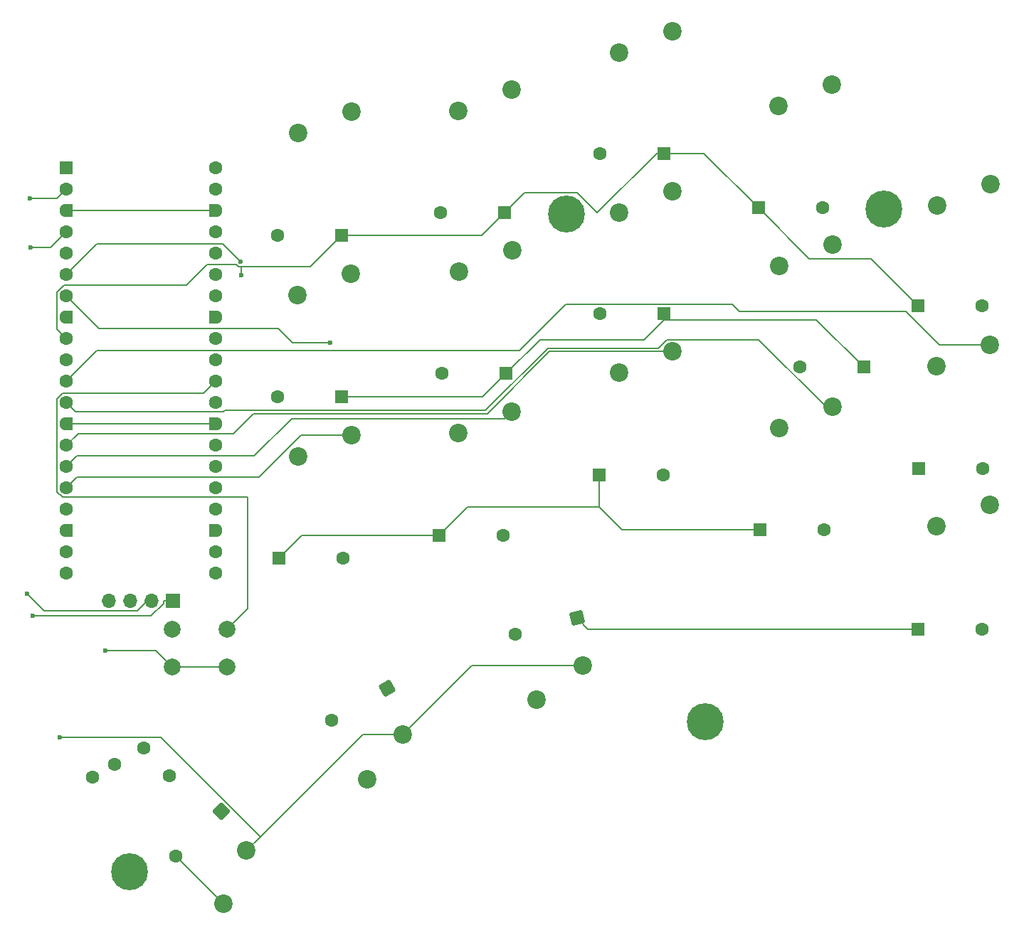
<source format=gbr>
%TF.GenerationSoftware,KiCad,Pcbnew,9.0.2-9.0.2-0~ubuntu24.04.1*%
%TF.CreationDate,2025-07-03T20:15:33-04:00*%
%TF.ProjectId,custom_Hackboard,63757374-6f6d-45f4-9861-636b626f6172,rev?*%
%TF.SameCoordinates,Original*%
%TF.FileFunction,Copper,L2,Bot*%
%TF.FilePolarity,Positive*%
%FSLAX46Y46*%
G04 Gerber Fmt 4.6, Leading zero omitted, Abs format (unit mm)*
G04 Created by KiCad (PCBNEW 9.0.2-9.0.2-0~ubuntu24.04.1) date 2025-07-03 20:15:33*
%MOMM*%
%LPD*%
G01*
G04 APERTURE LIST*
G04 Aperture macros list*
%AMRoundRect*
0 Rectangle with rounded corners*
0 $1 Rounding radius*
0 $2 $3 $4 $5 $6 $7 $8 $9 X,Y pos of 4 corners*
0 Add a 4 corners polygon primitive as box body*
4,1,4,$2,$3,$4,$5,$6,$7,$8,$9,$2,$3,0*
0 Add four circle primitives for the rounded corners*
1,1,$1+$1,$2,$3*
1,1,$1+$1,$4,$5*
1,1,$1+$1,$6,$7*
1,1,$1+$1,$8,$9*
0 Add four rect primitives between the rounded corners*
20,1,$1+$1,$2,$3,$4,$5,0*
20,1,$1+$1,$4,$5,$6,$7,0*
20,1,$1+$1,$6,$7,$8,$9,0*
20,1,$1+$1,$8,$9,$2,$3,0*%
%AMFreePoly0*
4,1,37,0.603843,0.796157,0.639018,0.796157,0.711114,0.766294,0.766294,0.711114,0.796157,0.639018,0.796157,0.603843,0.800000,0.600000,0.800000,-0.600000,0.796157,-0.603843,0.796157,-0.639018,0.766294,-0.711114,0.711114,-0.766294,0.639018,-0.796157,0.603843,-0.796157,0.600000,-0.800000,0.000000,-0.800000,0.000000,-0.796148,-0.078414,-0.796148,-0.232228,-0.765552,-0.377117,-0.705537,
-0.507515,-0.618408,-0.618408,-0.507515,-0.705537,-0.377117,-0.765552,-0.232228,-0.796148,-0.078414,-0.796148,0.078414,-0.765552,0.232228,-0.705537,0.377117,-0.618408,0.507515,-0.507515,0.618408,-0.377117,0.705537,-0.232228,0.765552,-0.078414,0.796148,0.000000,0.796148,0.000000,0.800000,0.600000,0.800000,0.603843,0.796157,0.603843,0.796157,$1*%
%AMFreePoly1*
4,1,37,0.000000,0.796148,0.078414,0.796148,0.232228,0.765552,0.377117,0.705537,0.507515,0.618408,0.618408,0.507515,0.705537,0.377117,0.765552,0.232228,0.796148,0.078414,0.796148,-0.078414,0.765552,-0.232228,0.705537,-0.377117,0.618408,-0.507515,0.507515,-0.618408,0.377117,-0.705537,0.232228,-0.765552,0.078414,-0.796148,0.000000,-0.796148,0.000000,-0.800000,-0.600000,-0.800000,
-0.603843,-0.796157,-0.639018,-0.796157,-0.711114,-0.766294,-0.766294,-0.711114,-0.796157,-0.639018,-0.796157,-0.603843,-0.800000,-0.600000,-0.800000,0.600000,-0.796157,0.603843,-0.796157,0.639018,-0.766294,0.711114,-0.711114,0.766294,-0.639018,0.796157,-0.603843,0.796157,-0.600000,0.800000,0.000000,0.800000,0.000000,0.796148,0.000000,0.796148,$1*%
G04 Aperture macros list end*
%TA.AperFunction,ComponentPad*%
%ADD10C,2.200000*%
%TD*%
%TA.AperFunction,ComponentPad*%
%ADD11C,1.600000*%
%TD*%
%TA.AperFunction,ComponentPad*%
%ADD12C,2.000000*%
%TD*%
%TA.AperFunction,ComponentPad*%
%ADD13RoundRect,0.200000X-0.600000X-0.600000X0.600000X-0.600000X0.600000X0.600000X-0.600000X0.600000X0*%
%TD*%
%TA.AperFunction,ComponentPad*%
%ADD14FreePoly0,0.000000*%
%TD*%
%TA.AperFunction,ComponentPad*%
%ADD15FreePoly1,0.000000*%
%TD*%
%TA.AperFunction,ComponentPad*%
%ADD16R,1.700000X1.700000*%
%TD*%
%TA.AperFunction,ComponentPad*%
%ADD17O,1.700000X1.700000*%
%TD*%
%TA.AperFunction,ComponentPad*%
%ADD18RoundRect,0.250000X0.550000X0.550000X-0.550000X0.550000X-0.550000X-0.550000X0.550000X-0.550000X0*%
%TD*%
%TA.AperFunction,ComponentPad*%
%ADD19RoundRect,0.250000X-0.550000X-0.550000X0.550000X-0.550000X0.550000X0.550000X-0.550000X0.550000X0*%
%TD*%
%TA.AperFunction,ComponentPad*%
%ADD20RoundRect,0.250000X0.000000X0.777817X-0.777817X0.000000X0.000000X-0.777817X0.777817X0.000000X0*%
%TD*%
%TA.AperFunction,ComponentPad*%
%ADD21RoundRect,0.250000X0.201314X0.751314X-0.751314X0.201314X-0.201314X-0.751314X0.751314X-0.201314X0*%
%TD*%
%TA.AperFunction,ComponentPad*%
%ADD22RoundRect,0.250000X0.388909X0.673610X-0.673610X0.388909X-0.388909X-0.673610X0.673610X-0.388909X0*%
%TD*%
%TA.AperFunction,ComponentPad*%
%ADD23C,4.400000*%
%TD*%
%TA.AperFunction,ViaPad*%
%ADD24C,0.600000*%
%TD*%
%TA.AperFunction,Conductor*%
%ADD25C,0.200000*%
%TD*%
G04 APERTURE END LIST*
D10*
%TO.P,SW13,1,1*%
%TO.N,LCol 0*%
X479120000Y-293220000D03*
%TO.P,SW13,2,2*%
%TO.N,Net-(D13-A)*%
X472770000Y-295760000D03*
%TD*%
%TO.P,SW7,1,1*%
%TO.N,LCol 0*%
X479040000Y-274020000D03*
%TO.P,SW7,2,2*%
%TO.N,Net-(D12-A)*%
X472690000Y-276560000D03*
%TD*%
%TO.P,SW4,1,1*%
%TO.N,LCol 3*%
X536300000Y-251500000D03*
%TO.P,SW4,2,2*%
%TO.N,Net-(D4-A)*%
X529950000Y-254040000D03*
%TD*%
%TO.P,SW17,1,1*%
%TO.N,LCol 4*%
X555110000Y-301550000D03*
%TO.P,SW17,2,2*%
%TO.N,Net-(D17-A)*%
X548760000Y-304090000D03*
%TD*%
%TO.P,SW9,1,1*%
%TO.N,LCol 2*%
X517300000Y-264200000D03*
%TO.P,SW9,2,2*%
%TO.N,Net-(D10-A)*%
X510950000Y-266740000D03*
%TD*%
D11*
%TO.P,U3,4,Ring2*%
%TO.N,L Jack*%
X448353531Y-333939700D03*
%TO.P,U3,3,Ring1*%
%TO.N,+5V*%
X450951607Y-332439700D03*
%TO.P,U3,2,Tip*%
%TO.N,GND*%
X454415709Y-330439700D03*
%TO.P,U3,1,Sleeve*%
%TO.N,unconnected-(U3-Sleeve-Pad1)*%
X457481734Y-333750212D03*
%TD*%
D10*
%TO.P,SW3,1,1*%
%TO.N,LCol 2*%
X517280000Y-245110000D03*
%TO.P,SW3,2,2*%
%TO.N,Net-(D3-A)*%
X510930000Y-247650000D03*
%TD*%
%TO.P,SW15,1,1*%
%TO.N,LCol 2*%
X517310000Y-283250000D03*
%TO.P,SW15,2,2*%
%TO.N,Net-(D15-A)*%
X510960000Y-285790000D03*
%TD*%
%TO.P,SW14,1,1*%
%TO.N,LCol 1*%
X498170000Y-290420000D03*
%TO.P,SW14,2,2*%
%TO.N,Net-(D14-A)*%
X491820000Y-292960000D03*
%TD*%
%TO.P,SW6,1,1*%
%TO.N,LCol 5*%
X466574000Y-342701900D03*
%TO.P,SW6,2,2*%
%TO.N,Net-(D6-A)*%
X463879923Y-348988079D03*
%TD*%
D12*
%TO.P,Reset,1,1*%
%TO.N,Reset*%
X457820000Y-316320000D03*
X464320000Y-316320000D03*
%TO.P,Reset,2,2*%
%TO.N,GND*%
X457820000Y-320820000D03*
X464320000Y-320820000D03*
%TD*%
D10*
%TO.P,SW2,1,1*%
%TO.N,LCol 1*%
X498180000Y-252110000D03*
%TO.P,SW2,2,2*%
%TO.N,Net-(D2-A)*%
X491830000Y-254650000D03*
%TD*%
%TO.P,SW11,1,1*%
%TO.N,LCol 4*%
X555110000Y-282440000D03*
%TO.P,SW11,2,2*%
%TO.N,Net-(D8-A)*%
X548760000Y-284980000D03*
%TD*%
D13*
%TO.P,A1,1,GPIO0*%
%TO.N,L Jack*%
X445200000Y-261410000D03*
D11*
%TO.P,A1,2,GPIO1*%
%TO.N,L SDA*%
X445200000Y-263950000D03*
D14*
%TO.P,A1,3,GND*%
%TO.N,GND*%
X445200000Y-266490000D03*
D11*
%TO.P,A1,4,GPIO2*%
%TO.N,L SCL*%
X445200000Y-269030000D03*
%TO.P,A1,5,GPIO3*%
%TO.N,unconnected-(A1-GPIO3-Pad5)*%
X445200000Y-271570000D03*
%TO.P,A1,6,GPIO4*%
%TO.N,LRow 2*%
X445200000Y-274110000D03*
%TO.P,A1,7,GPIO5*%
%TO.N,LRow 1*%
X445200000Y-276650000D03*
D14*
%TO.P,A1,8,GND*%
%TO.N,GND*%
X445200000Y-279190000D03*
D11*
%TO.P,A1,9,GPIO6*%
%TO.N,LRow 0*%
X445200000Y-281730000D03*
%TO.P,A1,10,GPIO7*%
%TO.N,LCol 5*%
X445200000Y-284270000D03*
%TO.P,A1,11,GPIO8*%
%TO.N,LCol 4*%
X445200000Y-286810000D03*
%TO.P,A1,12,GPIO9*%
%TO.N,LCol 3*%
X445200000Y-289350000D03*
D14*
%TO.P,A1,13,GND*%
%TO.N,GND*%
X445200000Y-291890000D03*
D11*
%TO.P,A1,14,GPIO10*%
%TO.N,LCol 2*%
X445200000Y-294430000D03*
%TO.P,A1,15,GPIO11*%
%TO.N,LCol 1*%
X445200000Y-296970000D03*
%TO.P,A1,16,GPIO12*%
%TO.N,LCol 0*%
X445200000Y-299510000D03*
%TO.P,A1,17,GPIO13*%
%TO.N,unconnected-(A1-GPIO13-Pad17)*%
X445200000Y-302050000D03*
D14*
%TO.P,A1,18,GND*%
%TO.N,GND*%
X445200000Y-304590000D03*
D11*
%TO.P,A1,19,GPIO14*%
%TO.N,unconnected-(A1-GPIO14-Pad19)*%
X445200000Y-307130000D03*
%TO.P,A1,20,GPIO15*%
%TO.N,unconnected-(A1-GPIO15-Pad20)*%
X445200000Y-309670000D03*
%TO.P,A1,21,GPIO16*%
%TO.N,unconnected-(A1-GPIO16-Pad21)*%
X462980000Y-309670000D03*
%TO.P,A1,22,GPIO17*%
%TO.N,unconnected-(A1-GPIO17-Pad22)*%
X462980000Y-307130000D03*
D15*
%TO.P,A1,23,GND*%
%TO.N,GND*%
X462980000Y-304590000D03*
D11*
%TO.P,A1,24,GPIO18*%
%TO.N,unconnected-(A1-GPIO18-Pad24)*%
X462980000Y-302050000D03*
%TO.P,A1,25,GPIO19*%
%TO.N,unconnected-(A1-GPIO19-Pad25)*%
X462980000Y-299510000D03*
%TO.P,A1,26,GPIO20*%
%TO.N,unconnected-(A1-GPIO20-Pad26)*%
X462980000Y-296970000D03*
%TO.P,A1,27,GPIO21*%
%TO.N,unconnected-(A1-GPIO21-Pad27)*%
X462980000Y-294430000D03*
D15*
%TO.P,A1,28,GND*%
%TO.N,GND*%
X462980000Y-291890000D03*
D11*
%TO.P,A1,29,GPIO22*%
%TO.N,unconnected-(A1-GPIO22-Pad29)*%
X462980000Y-289350000D03*
%TO.P,A1,30,RUN*%
%TO.N,Reset*%
X462980000Y-286810000D03*
%TO.P,A1,31,GPIO26_ADC0*%
%TO.N,unconnected-(A1-GPIO26_ADC0-Pad31)*%
X462980000Y-284270000D03*
%TO.P,A1,32,GPIO27_ADC1*%
%TO.N,unconnected-(A1-GPIO27_ADC1-Pad32)*%
X462980000Y-281730000D03*
D15*
%TO.P,A1,33,AGND*%
%TO.N,unconnected-(A1-AGND-Pad33)*%
X462980000Y-279190000D03*
D11*
%TO.P,A1,34,GPIO28_ADC2*%
%TO.N,unconnected-(A1-GPIO28_ADC2-Pad34)*%
X462980000Y-276650000D03*
%TO.P,A1,35,ADC_VREF*%
%TO.N,unconnected-(A1-ADC_VREF-Pad35)*%
X462980000Y-274110000D03*
%TO.P,A1,36,3V3*%
%TO.N,unconnected-(A1-3V3-Pad36)*%
X462980000Y-271570000D03*
%TO.P,A1,37,3V3_EN*%
%TO.N,unconnected-(A1-3V3_EN-Pad37)*%
X462980000Y-269030000D03*
D15*
%TO.P,A1,38,GND*%
%TO.N,GND*%
X462980000Y-266490000D03*
D11*
%TO.P,A1,39,VSYS*%
%TO.N,+5V*%
X462980000Y-263950000D03*
%TO.P,A1,40,VBUS*%
X462980000Y-261410000D03*
%TD*%
D10*
%TO.P,SW1,1,1*%
%TO.N,LCol 0*%
X479090000Y-254720000D03*
%TO.P,SW1,2,2*%
%TO.N,Net-(D1-A)*%
X472740000Y-257260000D03*
%TD*%
%TO.P,SW5,1,1*%
%TO.N,LCol 4*%
X555120000Y-263300000D03*
%TO.P,SW5,2,2*%
%TO.N,Net-(D5-A)*%
X548770000Y-265840000D03*
%TD*%
D16*
%TO.P,J1,1,Pin_1*%
%TO.N,L SDA*%
X457920000Y-312960000D03*
D17*
%TO.P,J1,2,Pin_2*%
%TO.N,L SCL*%
X455380000Y-312960000D03*
%TO.P,J1,3,Pin_3*%
%TO.N,+5V*%
X452840000Y-312960000D03*
%TO.P,J1,4,Pin_4*%
%TO.N,GND*%
X450300000Y-312960000D03*
%TD*%
D10*
%TO.P,SW18,1,1*%
%TO.N,LCol 5*%
X506648700Y-320635700D03*
%TO.P,SW18,2,2*%
%TO.N,Net-(D18-A)*%
X501172471Y-324732653D03*
%TD*%
%TO.P,SW10,1,1*%
%TO.N,LCol 3*%
X536340000Y-270560000D03*
%TO.P,SW10,2,2*%
%TO.N,Net-(D9-A)*%
X529990000Y-273100000D03*
%TD*%
%TO.P,SW8,1,1*%
%TO.N,LCol 1*%
X498250000Y-271210000D03*
%TO.P,SW8,2,2*%
%TO.N,Net-(D11-A)*%
X491900000Y-273750000D03*
%TD*%
%TO.P,SW16,1,1*%
%TO.N,LCol 3*%
X536330000Y-289810000D03*
%TO.P,SW16,2,2*%
%TO.N,Net-(D16-A)*%
X529980000Y-292350000D03*
%TD*%
%TO.P,SW12,1,1*%
%TO.N,LCol 5*%
X485239700Y-328830600D03*
%TO.P,SW12,2,2*%
%TO.N,Net-(D7-A)*%
X481010439Y-334205305D03*
%TD*%
D18*
%TO.P,D11,1,K*%
%TO.N,LRow 1*%
X497510000Y-285890000D03*
D11*
%TO.P,D11,2,A*%
%TO.N,Net-(D11-A)*%
X489890000Y-285890000D03*
%TD*%
D18*
%TO.P,D10,1,K*%
%TO.N,LRow 1*%
X516290000Y-278730000D03*
D11*
%TO.P,D10,2,A*%
%TO.N,Net-(D10-A)*%
X508670000Y-278730000D03*
%TD*%
D19*
%TO.P,D16,1,K*%
%TO.N,LRow 2*%
X527750000Y-304440000D03*
D11*
%TO.P,D16,2,A*%
%TO.N,Net-(D16-A)*%
X535370000Y-304440000D03*
%TD*%
D19*
%TO.P,D4,1,K*%
%TO.N,LRow 0*%
X527540000Y-266150000D03*
D11*
%TO.P,D4,2,A*%
%TO.N,Net-(D4-A)*%
X535160000Y-266150000D03*
%TD*%
D19*
%TO.P,D8,1,K*%
%TO.N,LRow 1*%
X546590000Y-297210000D03*
D11*
%TO.P,D8,2,A*%
%TO.N,Net-(D8-A)*%
X554210000Y-297210000D03*
%TD*%
D19*
%TO.P,D15,1,K*%
%TO.N,LRow 2*%
X508620000Y-297990000D03*
D11*
%TO.P,D15,2,A*%
%TO.N,Net-(D15-A)*%
X516240000Y-297990000D03*
%TD*%
D19*
%TO.P,D14,1,K*%
%TO.N,LRow 2*%
X489520000Y-305150000D03*
D11*
%TO.P,D14,2,A*%
%TO.N,Net-(D14-A)*%
X497140000Y-305150000D03*
%TD*%
D20*
%TO.P,D6,1,K*%
%TO.N,LRow 0*%
X463630000Y-337990000D03*
D11*
%TO.P,D6,2,A*%
%TO.N,Net-(D6-A)*%
X458241846Y-343378154D03*
%TD*%
D18*
%TO.P,D9,1,K*%
%TO.N,LRow 1*%
X540060000Y-285120000D03*
D11*
%TO.P,D9,2,A*%
%TO.N,Net-(D9-A)*%
X532440000Y-285120000D03*
%TD*%
D19*
%TO.P,D5,1,K*%
%TO.N,LRow 0*%
X546500000Y-277790000D03*
D11*
%TO.P,D5,2,A*%
%TO.N,Net-(D5-A)*%
X554120000Y-277790000D03*
%TD*%
D21*
%TO.P,D7,1,K*%
%TO.N,LRow 1*%
X483349100Y-323330000D03*
D11*
%TO.P,D7,2,A*%
%TO.N,Net-(D7-A)*%
X476749986Y-327140000D03*
%TD*%
D18*
%TO.P,D1,1,K*%
%TO.N,LRow 0*%
X477910000Y-269460000D03*
D11*
%TO.P,D1,2,A*%
%TO.N,Net-(D1-A)*%
X470290000Y-269460000D03*
%TD*%
D19*
%TO.P,D17,1,K*%
%TO.N,LRow 2*%
X546490000Y-316300000D03*
D11*
%TO.P,D17,2,A*%
%TO.N,Net-(D17-A)*%
X554110000Y-316300000D03*
%TD*%
D22*
%TO.P,D18,1,K*%
%TO.N,LRow 2*%
X505970200Y-314993900D03*
D11*
%TO.P,D18,2,A*%
%TO.N,Net-(D18-A)*%
X498609845Y-316966101D03*
%TD*%
D18*
%TO.P,D3,1,K*%
%TO.N,LRow 0*%
X516310000Y-259660000D03*
D11*
%TO.P,D3,2,A*%
%TO.N,Net-(D3-A)*%
X508690000Y-259660000D03*
%TD*%
D19*
%TO.P,D13,1,K*%
%TO.N,LRow 2*%
X470470000Y-307860000D03*
D11*
%TO.P,D13,2,A*%
%TO.N,Net-(D13-A)*%
X478090000Y-307860000D03*
%TD*%
D18*
%TO.P,D12,1,K*%
%TO.N,LRow 1*%
X477940000Y-288670000D03*
D11*
%TO.P,D12,2,A*%
%TO.N,Net-(D12-A)*%
X470320000Y-288670000D03*
%TD*%
D18*
%TO.P,D2,1,K*%
%TO.N,LRow 0*%
X497320000Y-266760000D03*
D11*
%TO.P,D2,2,A*%
%TO.N,Net-(D2-A)*%
X489700000Y-266760000D03*
%TD*%
D23*
%TO.P,,2*%
%TO.N,N/C*%
X521190000Y-327330000D03*
%TD*%
%TO.P,,3*%
%TO.N,N/C*%
X542470000Y-266310000D03*
%TD*%
%TO.P,,4*%
%TO.N,N/C*%
X504680000Y-266860000D03*
%TD*%
%TO.P,,1*%
%TO.N,N/C*%
X452740000Y-345170000D03*
%TD*%
D24*
%TO.N,GND*%
X449822900Y-318840000D03*
%TO.N,LRow 2*%
X465903700Y-272584500D03*
%TO.N,LRow 1*%
X476567500Y-282206400D03*
%TO.N,LRow 0*%
X466015700Y-274148600D03*
%TO.N,LCol 5*%
X444412600Y-329217800D03*
%TO.N,L SDA*%
X441225100Y-314742700D03*
X440887200Y-265042400D03*
%TO.N,L SCL*%
X440959700Y-270893300D03*
X440507200Y-312078500D03*
%TD*%
D25*
%TO.N,GND*%
X455840000Y-318840000D02*
X449822900Y-318840000D01*
X457820000Y-320820000D02*
X464320000Y-320820000D01*
X445200000Y-266490000D02*
X462980000Y-266490000D01*
X445200000Y-291890000D02*
X462980000Y-291890000D01*
X457820000Y-320820000D02*
X455840000Y-318840000D01*
%TO.N,LRow 2*%
X445200000Y-274110000D02*
X448847300Y-270462700D01*
X508620000Y-301750000D02*
X508620000Y-297990000D01*
X511310000Y-304440000D02*
X508620000Y-301750000D01*
X507276300Y-316300000D02*
X505970200Y-314993900D01*
X489520000Y-305150000D02*
X473180000Y-305150000D01*
X489520000Y-305150000D02*
X492920000Y-301750000D01*
X546490000Y-316300000D02*
X507276300Y-316300000D01*
X448847300Y-270462700D02*
X463781900Y-270462700D01*
X463781900Y-270462700D02*
X465903700Y-272584500D01*
X473180000Y-305150000D02*
X470470000Y-307860000D01*
X527750000Y-304440000D02*
X511310000Y-304440000D01*
X492920000Y-301750000D02*
X508620000Y-301750000D01*
%TO.N,LRow 1*%
X472126400Y-282206400D02*
X476567500Y-282206400D01*
X497510000Y-285890000D02*
X494730000Y-288670000D01*
X534429900Y-279489900D02*
X540060000Y-285120000D01*
X449050200Y-280500200D02*
X470420200Y-280500200D01*
X494730000Y-288670000D02*
X477940000Y-288670000D01*
X501550200Y-281849800D02*
X497510000Y-285890000D01*
X513930100Y-281849800D02*
X501550200Y-281849800D01*
X470420200Y-280500200D02*
X472126400Y-282206400D01*
X445200000Y-276650000D02*
X449050200Y-280500200D01*
X516290000Y-279489900D02*
X516290000Y-278730000D01*
X516290000Y-279489900D02*
X534429900Y-279489900D01*
X516290000Y-279489900D02*
X513930100Y-281849800D01*
%TO.N,Reset*%
X466730000Y-313910000D02*
X466730000Y-300611000D01*
X444094000Y-288898950D02*
X444743950Y-288249000D01*
X444094000Y-299961050D02*
X444094000Y-288898950D01*
X444743950Y-288249000D02*
X461541000Y-288249000D01*
X464320000Y-316320000D02*
X466730000Y-313910000D01*
X444743950Y-300611000D02*
X444094000Y-299961050D01*
X461541000Y-288249000D02*
X462980000Y-286810000D01*
X466730000Y-300611000D02*
X444743950Y-300611000D01*
%TO.N,LCol 3*%
X516644500Y-281838600D02*
X527600600Y-281838600D01*
X527600600Y-281838600D02*
X535572000Y-289810000D01*
X446301700Y-290451700D02*
X463889000Y-290451700D01*
X495070000Y-290260500D02*
X502480700Y-282849800D01*
X515633300Y-282849800D02*
X516644500Y-281838600D01*
X445200000Y-289350000D02*
X446301700Y-290451700D01*
X535572000Y-289810000D02*
X536330000Y-289810000D01*
X464080200Y-290260500D02*
X495070000Y-290260500D01*
X463889000Y-290451700D02*
X464080200Y-290260500D01*
X502480700Y-282849800D02*
X515633300Y-282849800D01*
%TO.N,LCol 4*%
X525311400Y-278498400D02*
X545090300Y-278498400D01*
X504636900Y-277614100D02*
X524427100Y-277614100D01*
X448847200Y-283162800D02*
X499088200Y-283162800D01*
X549031900Y-282440000D02*
X555110000Y-282440000D01*
X445200000Y-286810000D02*
X448847200Y-283162800D01*
X499088200Y-283162800D02*
X504636900Y-277614100D01*
X524427100Y-277614100D02*
X525311400Y-278498400D01*
X545090300Y-278498400D02*
X549031900Y-282440000D01*
%TO.N,LRow 0*%
X459490400Y-275380000D02*
X461965500Y-272904900D01*
X444089200Y-280619200D02*
X444089200Y-276196600D01*
X445200000Y-281730000D02*
X444089200Y-280619200D01*
X474183800Y-273186200D02*
X477910000Y-269460000D01*
X494620000Y-269460000D02*
X497320000Y-266760000D01*
X508370000Y-266760000D02*
X505969000Y-264359000D01*
X466015700Y-273186200D02*
X474183800Y-273186200D01*
X444089200Y-276196600D02*
X444905800Y-275380000D01*
X465654600Y-273186200D02*
X466015700Y-273186200D01*
X444905800Y-275380000D02*
X459490400Y-275380000D01*
X461965500Y-272904900D02*
X465373300Y-272904900D01*
X508370000Y-266760000D02*
X515470000Y-259660000D01*
X515470000Y-259660000D02*
X516310000Y-259660000D01*
X499721000Y-264359000D02*
X497320000Y-266760000D01*
X540929400Y-272219400D02*
X533609400Y-272219400D01*
X465373300Y-272904900D02*
X465654600Y-273186200D01*
X546500000Y-277790000D02*
X540929400Y-272219400D01*
X466015700Y-273186200D02*
X466015700Y-274148600D01*
X477910000Y-269460000D02*
X494620000Y-269460000D01*
X505969000Y-264359000D02*
X499721000Y-264359000D01*
X521050000Y-259660000D02*
X516310000Y-259660000D01*
X533609400Y-272219400D02*
X527540000Y-266150000D01*
X527540000Y-266150000D02*
X521050000Y-259660000D01*
%TO.N,LCol 5*%
X480445300Y-328830600D02*
X468255500Y-341020400D01*
X506648700Y-320635700D02*
X493434600Y-320635700D01*
X456452900Y-329217800D02*
X444412600Y-329217800D01*
X468255500Y-341020400D02*
X466574000Y-342701900D01*
X485239700Y-328830600D02*
X480445300Y-328830600D01*
X493434600Y-320635700D02*
X485239700Y-328830600D01*
X468255500Y-341020400D02*
X456452900Y-329217800D01*
%TO.N,L SDA*%
X444107600Y-265042400D02*
X440887200Y-265042400D01*
X445200000Y-263950000D02*
X444107600Y-265042400D01*
X456768300Y-313247900D02*
X456768300Y-312960000D01*
X441225100Y-314742700D02*
X455273500Y-314742700D01*
X455273500Y-314742700D02*
X456768300Y-313247900D01*
X457920000Y-312960000D02*
X456768300Y-312960000D01*
%TO.N,L SCL*%
X443336700Y-270893300D02*
X440959700Y-270893300D01*
X455380000Y-312960000D02*
X454804200Y-312960000D01*
X454804200Y-312960000D02*
X453647900Y-314116300D01*
X442545000Y-314116300D02*
X440507200Y-312078500D01*
X453647900Y-314116300D02*
X442545000Y-314116300D01*
X445200000Y-269030000D02*
X443336700Y-270893300D01*
%TO.N,LCol 0*%
X479120000Y-293220000D02*
X473150000Y-293220000D01*
X473150000Y-293220000D02*
X468130000Y-298240000D01*
X468130000Y-298240000D02*
X446470000Y-298240000D01*
X446470000Y-298240000D02*
X445200000Y-299510000D01*
%TO.N,LCol 2*%
X445200000Y-294430000D02*
X446580500Y-293049500D01*
X502698400Y-283251500D02*
X517308500Y-283251500D01*
X465092000Y-293049500D02*
X467479300Y-290662200D01*
X517308500Y-283251500D02*
X517310000Y-283250000D01*
X495287700Y-290662200D02*
X502698400Y-283251500D01*
X446580500Y-293049500D02*
X465092000Y-293049500D01*
X467479300Y-290662200D02*
X495287700Y-290662200D01*
%TO.N,LCol 1*%
X467535600Y-295700000D02*
X471979000Y-291256600D01*
X497333400Y-291256600D02*
X498170000Y-290420000D01*
X446470000Y-295700000D02*
X467535600Y-295700000D01*
X445200000Y-296970000D02*
X446470000Y-295700000D01*
X471979000Y-291256600D02*
X497333400Y-291256600D01*
%TO.N,Net-(D6-A)*%
X463851700Y-348988100D02*
X458241800Y-343378200D01*
X463879900Y-348988100D02*
X463851700Y-348988100D01*
%TD*%
M02*

</source>
